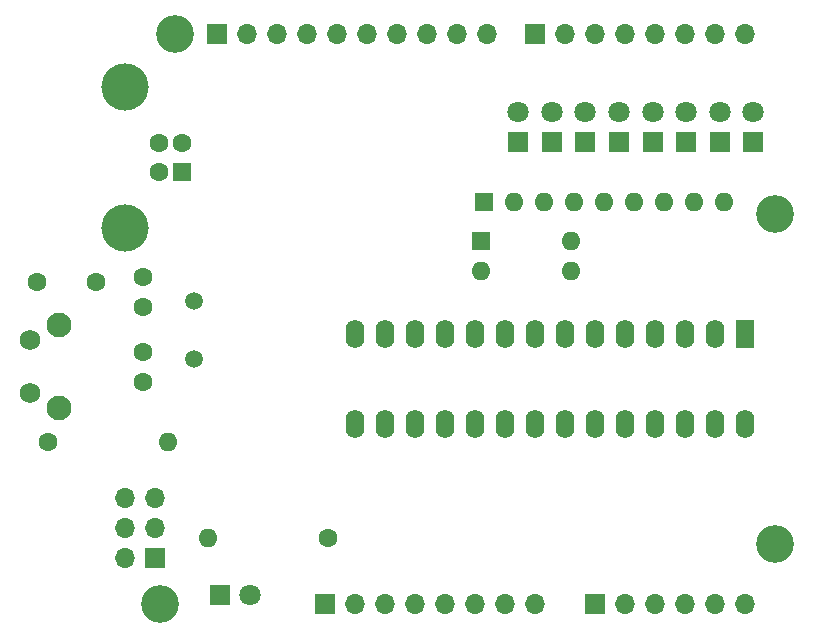
<source format=gbr>
%TF.GenerationSoftware,KiCad,Pcbnew,7.0.5*%
%TF.CreationDate,2023-11-13T21:41:29+01:00*%
%TF.ProjectId,atmega328p_dev_board,61746d65-6761-4333-9238-705f6465765f,rev?*%
%TF.SameCoordinates,Original*%
%TF.FileFunction,Soldermask,Bot*%
%TF.FilePolarity,Negative*%
%FSLAX46Y46*%
G04 Gerber Fmt 4.6, Leading zero omitted, Abs format (unit mm)*
G04 Created by KiCad (PCBNEW 7.0.5) date 2023-11-13 21:41:29*
%MOMM*%
%LPD*%
G01*
G04 APERTURE LIST*
%ADD10R,1.600000X2.400000*%
%ADD11O,1.600000X2.400000*%
%ADD12C,4.000000*%
%ADD13C,1.600000*%
%ADD14R,1.600000X1.600000*%
%ADD15R,1.800000X1.800000*%
%ADD16C,1.800000*%
%ADD17R,1.700000X1.700000*%
%ADD18O,1.700000X1.700000*%
%ADD19O,1.600000X1.600000*%
%ADD20C,3.200000*%
%ADD21C,1.500000*%
%ADD22C,2.100000*%
%ADD23C,1.750000*%
G04 APERTURE END LIST*
D10*
%TO.C,U1*%
X163500000Y-74600000D03*
D11*
X160960000Y-74600000D03*
X158420000Y-74600000D03*
X155880000Y-74600000D03*
X153340000Y-74600000D03*
X150800000Y-74600000D03*
X148260000Y-74600000D03*
X145720000Y-74600000D03*
X143180000Y-74600000D03*
X140640000Y-74600000D03*
X138100000Y-74600000D03*
X135560000Y-74600000D03*
X133020000Y-74600000D03*
X130480000Y-74600000D03*
X130480000Y-82220000D03*
X133020000Y-82220000D03*
X135560000Y-82220000D03*
X138100000Y-82220000D03*
X140640000Y-82220000D03*
X143180000Y-82220000D03*
X145720000Y-82220000D03*
X148260000Y-82220000D03*
X150800000Y-82220000D03*
X153340000Y-82220000D03*
X155880000Y-82220000D03*
X158420000Y-82220000D03*
X160960000Y-82220000D03*
X163500000Y-82220000D03*
%TD*%
D12*
%TO.C,J5*%
X111020700Y-53664800D03*
X111020700Y-65664800D03*
D13*
X113880700Y-60914800D03*
X113880700Y-58414800D03*
X115880700Y-58414800D03*
D14*
X115880700Y-60914800D03*
%TD*%
D15*
%TO.C,D8*%
X144297600Y-58344000D03*
D16*
X144297600Y-55804000D03*
%TD*%
D15*
%TO.C,D7*%
X147142400Y-58344000D03*
D16*
X147142400Y-55804000D03*
%TD*%
%TO.C,D6*%
X149987200Y-55804000D03*
D15*
X149987200Y-58344000D03*
%TD*%
%TO.C,D5*%
X152832000Y-58344000D03*
D16*
X152832000Y-55804000D03*
%TD*%
D15*
%TO.C,D4*%
X155676800Y-58344000D03*
D16*
X155676800Y-55804000D03*
%TD*%
D15*
%TO.C,D3*%
X158521600Y-58344000D03*
D16*
X158521600Y-55804000D03*
%TD*%
D15*
%TO.C,D2*%
X161366400Y-58344000D03*
D16*
X161366400Y-55804000D03*
%TD*%
D15*
%TO.C,D1*%
X164211200Y-58344000D03*
D16*
X164211200Y-55804000D03*
%TD*%
D17*
%TO.C,J1*%
X127940000Y-97460000D03*
D18*
X130480000Y-97460000D03*
X133020000Y-97460000D03*
X135560000Y-97460000D03*
X138100000Y-97460000D03*
X140640000Y-97460000D03*
X143180000Y-97460000D03*
X145720000Y-97460000D03*
%TD*%
D17*
%TO.C,J3*%
X150800000Y-97460000D03*
D18*
X153340000Y-97460000D03*
X155880000Y-97460000D03*
X158420000Y-97460000D03*
X160960000Y-97460000D03*
X163500000Y-97460000D03*
%TD*%
D17*
%TO.C,J2*%
X118796000Y-49200000D03*
D18*
X121336000Y-49200000D03*
X123876000Y-49200000D03*
X126416000Y-49200000D03*
X128956000Y-49200000D03*
X131496000Y-49200000D03*
X134036000Y-49200000D03*
X136576000Y-49200000D03*
X139116000Y-49200000D03*
X141656000Y-49200000D03*
%TD*%
D17*
%TO.C,J4*%
X145720000Y-49200000D03*
D18*
X148260000Y-49200000D03*
X150800000Y-49200000D03*
X153340000Y-49200000D03*
X155880000Y-49200000D03*
X158420000Y-49200000D03*
X160960000Y-49200000D03*
X163500000Y-49200000D03*
%TD*%
%TO.C,J6*%
X110972800Y-88519200D03*
X113512800Y-88519200D03*
X110972800Y-91059200D03*
X113512800Y-91059200D03*
X110972800Y-93599200D03*
D17*
X113512800Y-93599200D03*
%TD*%
D15*
%TO.C,D9*%
X119050000Y-96698000D03*
D16*
X121590000Y-96698000D03*
%TD*%
D14*
%TO.C,SW1*%
X141148000Y-66726000D03*
D19*
X141148000Y-69266000D03*
X148768000Y-69266000D03*
X148768000Y-66726000D03*
%TD*%
D14*
%TO.C,RN1*%
X141402000Y-63424000D03*
D19*
X143942000Y-63424000D03*
X146482000Y-63424000D03*
X149022000Y-63424000D03*
X151562000Y-63424000D03*
X154102000Y-63424000D03*
X156642000Y-63424000D03*
X159182000Y-63424000D03*
X161722000Y-63424000D03*
%TD*%
D20*
%TO.C,MH1*%
X115240000Y-49200000D03*
%TD*%
D13*
%TO.C,C2*%
X112547600Y-78674800D03*
X112547600Y-76174800D03*
%TD*%
%TO.C,C3*%
X103545200Y-70180400D03*
X108545200Y-70180400D03*
%TD*%
D21*
%TO.C,Y1*%
X116865600Y-76696800D03*
X116865600Y-71816800D03*
%TD*%
D13*
%TO.C,R1*%
X104470400Y-83744000D03*
D19*
X114630400Y-83744000D03*
%TD*%
D20*
%TO.C,MH2*%
X113970000Y-97460000D03*
%TD*%
%TO.C,MH3*%
X166040000Y-64440000D03*
%TD*%
%TO.C,MH4*%
X166040000Y-92380000D03*
%TD*%
D13*
%TO.C,C1*%
X112547600Y-72324800D03*
X112547600Y-69824800D03*
%TD*%
D22*
%TO.C,SW2*%
X105436400Y-80879200D03*
X105436400Y-73869200D03*
D23*
X102946400Y-79629200D03*
X102946400Y-75129200D03*
%TD*%
D13*
%TO.C,R2*%
X128194000Y-91872000D03*
D19*
X118034000Y-91872000D03*
%TD*%
M02*

</source>
